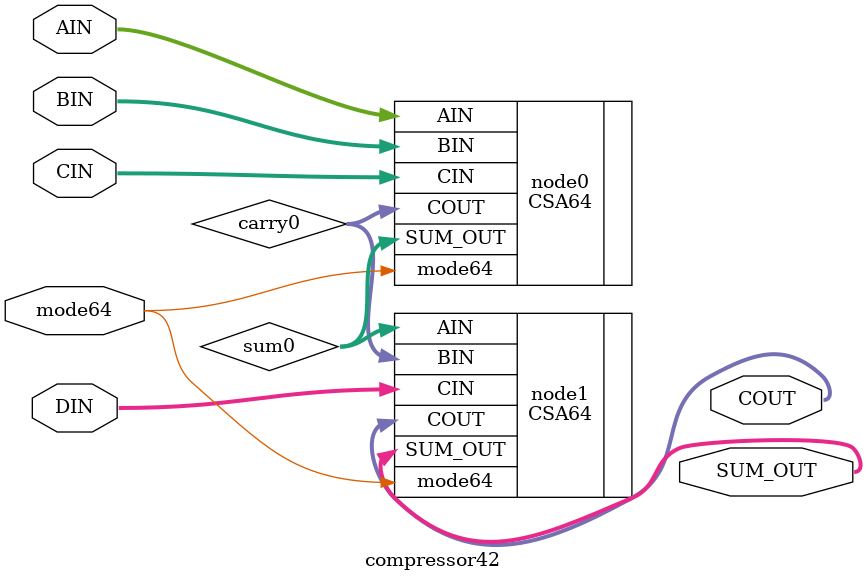
<source format=v>
`timescale 1ns/100ps

module compressor42(
    input mode64,
    input [63:0] AIN,
    input [63:0] BIN,
    input [63:0] CIN,
    input [63:0] DIN,
    output [63:0] SUM_OUT,
    output [63:0] COUT
);

wire [63:0] sum0, carry0;
CSA64 node0(
    .mode64(mode64),
    .AIN(AIN),
    .BIN(BIN),
    .CIN(CIN),
    .SUM_OUT(sum0),
    .COUT(carry0)
);

CSA64 node1(
    .mode64(mode64),
    .AIN(sum0),
    .BIN(carry0),
    .CIN(DIN),
    .SUM_OUT(SUM_OUT),
    .COUT(COUT)
);

endmodule

</source>
